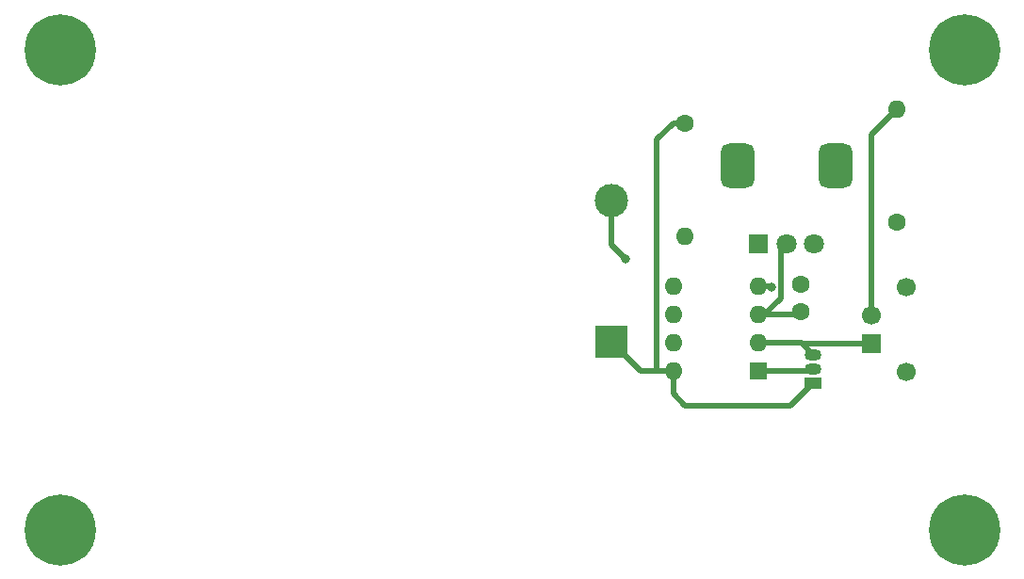
<source format=gbr>
%TF.GenerationSoftware,KiCad,Pcbnew,(6.0.5)*%
%TF.CreationDate,2022-06-08T19:36:40-04:00*%
%TF.ProjectId,first-pcb,66697273-742d-4706-9362-2e6b69636164,rev?*%
%TF.SameCoordinates,Original*%
%TF.FileFunction,Copper,L1,Top*%
%TF.FilePolarity,Positive*%
%FSLAX46Y46*%
G04 Gerber Fmt 4.6, Leading zero omitted, Abs format (unit mm)*
G04 Created by KiCad (PCBNEW (6.0.5)) date 2022-06-08 19:36:40*
%MOMM*%
%LPD*%
G01*
G04 APERTURE LIST*
G04 Aperture macros list*
%AMRoundRect*
0 Rectangle with rounded corners*
0 $1 Rounding radius*
0 $2 $3 $4 $5 $6 $7 $8 $9 X,Y pos of 4 corners*
0 Add a 4 corners polygon primitive as box body*
4,1,4,$2,$3,$4,$5,$6,$7,$8,$9,$2,$3,0*
0 Add four circle primitives for the rounded corners*
1,1,$1+$1,$2,$3*
1,1,$1+$1,$4,$5*
1,1,$1+$1,$6,$7*
1,1,$1+$1,$8,$9*
0 Add four rect primitives between the rounded corners*
20,1,$1+$1,$2,$3,$4,$5,0*
20,1,$1+$1,$4,$5,$6,$7,0*
20,1,$1+$1,$6,$7,$8,$9,0*
20,1,$1+$1,$8,$9,$2,$3,0*%
G04 Aperture macros list end*
%TA.AperFunction,ComponentPad*%
%ADD10C,6.400000*%
%TD*%
%TA.AperFunction,ComponentPad*%
%ADD11C,1.700000*%
%TD*%
%TA.AperFunction,ComponentPad*%
%ADD12R,1.700000X1.700000*%
%TD*%
%TA.AperFunction,ComponentPad*%
%ADD13C,3.000000*%
%TD*%
%TA.AperFunction,ComponentPad*%
%ADD14R,3.000000X3.000000*%
%TD*%
%TA.AperFunction,ComponentPad*%
%ADD15C,1.600000*%
%TD*%
%TA.AperFunction,ComponentPad*%
%ADD16O,1.600000X1.600000*%
%TD*%
%TA.AperFunction,ComponentPad*%
%ADD17R,1.600000X1.600000*%
%TD*%
%TA.AperFunction,ComponentPad*%
%ADD18O,1.500000X1.050000*%
%TD*%
%TA.AperFunction,ComponentPad*%
%ADD19R,1.500000X1.050000*%
%TD*%
%TA.AperFunction,ComponentPad*%
%ADD20R,1.800000X1.800000*%
%TD*%
%TA.AperFunction,ComponentPad*%
%ADD21C,1.800000*%
%TD*%
%TA.AperFunction,ComponentPad*%
%ADD22RoundRect,0.750000X0.750000X-1.250000X0.750000X1.250000X-0.750000X1.250000X-0.750000X-1.250000X0*%
%TD*%
%TA.AperFunction,ViaPad*%
%ADD23C,0.800000*%
%TD*%
%TA.AperFunction,Conductor*%
%ADD24C,0.500000*%
%TD*%
G04 APERTURE END LIST*
D10*
%TO.P,H4,1,1*%
%TO.N,GND*%
X167640000Y-76200000D03*
%TD*%
%TO.P,H3,1,1*%
%TO.N,GND*%
X86360000Y-76200000D03*
%TD*%
%TO.P,H2,1,1*%
%TO.N,GND*%
X167640000Y-119380000D03*
%TD*%
%TO.P,H1,1,1*%
%TO.N,GND*%
X86360000Y-119380000D03*
%TD*%
D11*
%TO.P,K1,3*%
%TO.N,N/C*%
X162433000Y-97541000D03*
X162433000Y-105161000D03*
%TO.P,K1,2*%
%TO.N,GND*%
X159258000Y-100081000D03*
D12*
%TO.P,K1,1*%
%TO.N,Net-(K1-Pad1)*%
X159258000Y-102621000D03*
%TD*%
D13*
%TO.P,BT1,2,-*%
%TO.N,GND*%
X135910000Y-89800000D03*
D14*
%TO.P,BT1,1,+*%
%TO.N,Net-(BT1-Pad1)*%
X135910000Y-102500000D03*
%TD*%
D15*
%TO.P,C1,2*%
%TO.N,GND*%
X152908000Y-97302000D03*
%TO.P,C1,1*%
%TO.N,Net-(C1-Pad1)*%
X152908000Y-99802000D03*
%TD*%
D16*
%TO.P,U1,8,V+*%
%TO.N,Net-(BT1-Pad1)*%
X141468000Y-105146000D03*
%TO.P,U1,7*%
%TO.N,unconnected-(U1-Pad7)*%
X141468000Y-102606000D03*
%TO.P,U1,6,-*%
%TO.N,unconnected-(U1-Pad6)*%
X141468000Y-100066000D03*
%TO.P,U1,5,+*%
%TO.N,unconnected-(U1-Pad5)*%
X141468000Y-97526000D03*
%TO.P,U1,4,V-*%
%TO.N,GND*%
X149088000Y-97526000D03*
%TO.P,U1,3,+*%
%TO.N,Net-(C1-Pad1)*%
X149088000Y-100066000D03*
%TO.P,U1,2,-*%
%TO.N,Net-(K1-Pad1)*%
X149088000Y-102606000D03*
D17*
%TO.P,U1,1*%
%TO.N,Net-(Q1-Pad2)*%
X149088000Y-105146000D03*
%TD*%
D18*
%TO.P,Q1,3,E*%
%TO.N,Net-(K1-Pad1)*%
X154030000Y-103632000D03*
%TO.P,Q1,2,B*%
%TO.N,Net-(Q1-Pad2)*%
X154030000Y-104902000D03*
D19*
%TO.P,Q1,1,C*%
%TO.N,Net-(BT1-Pad1)*%
X154030000Y-106172000D03*
%TD*%
D20*
%TO.P,P1,1,1*%
%TO.N,Net-(P1-Pad1)*%
X149138000Y-93680000D03*
D21*
%TO.P,P1,2,2*%
%TO.N,Net-(C1-Pad1)*%
X151638000Y-93680000D03*
%TO.P,P1,3,3*%
%TO.N,Net-(P1-Pad3)*%
X154138000Y-93680000D03*
D22*
%TO.P,P1,MP*%
%TO.N,N/C*%
X147238000Y-86680000D03*
X156038000Y-86680000D03*
%TD*%
D16*
%TO.P,R2,2*%
%TO.N,GND*%
X161544000Y-81534000D03*
D15*
%TO.P,R2,1*%
%TO.N,Net-(P1-Pad3)*%
X161544000Y-91694000D03*
%TD*%
D16*
%TO.P,R1,2*%
%TO.N,Net-(P1-Pad1)*%
X142494000Y-92964000D03*
D15*
%TO.P,R1,1*%
%TO.N,Net-(BT1-Pad1)*%
X142494000Y-82804000D03*
%TD*%
D23*
%TO.N,GND*%
X137160000Y-94996000D03*
X150330500Y-97536000D03*
%TD*%
D24*
%TO.N,GND*%
X135910000Y-93746000D02*
X137160000Y-94996000D01*
X135910000Y-89800000D02*
X135910000Y-93746000D01*
X159258000Y-83820000D02*
X161544000Y-81534000D01*
X159258000Y-100081000D02*
X159258000Y-83820000D01*
X150320500Y-97526000D02*
X150330500Y-97536000D01*
X149088000Y-97526000D02*
X150320500Y-97526000D01*
%TO.N,Net-(Q1-Pad2)*%
X153786000Y-105146000D02*
X154030000Y-104902000D01*
X149088000Y-105146000D02*
X153786000Y-105146000D01*
%TO.N,Net-(K1-Pad1)*%
X153019000Y-102621000D02*
X159258000Y-102621000D01*
X153004000Y-102606000D02*
X153019000Y-102621000D01*
X153004000Y-102606000D02*
X154030000Y-103632000D01*
X149088000Y-102606000D02*
X153004000Y-102606000D01*
%TO.N,Net-(C1-Pad1)*%
X149616000Y-100066000D02*
X151130000Y-98552000D01*
X151130000Y-98552000D02*
X151130000Y-94188000D01*
X151130000Y-94188000D02*
X151638000Y-93680000D01*
X149088000Y-100066000D02*
X149616000Y-100066000D01*
X149088000Y-100066000D02*
X152644000Y-100066000D01*
X152644000Y-100066000D02*
X152908000Y-99802000D01*
%TO.N,Net-(BT1-Pad1)*%
X142494000Y-108204000D02*
X151998000Y-108204000D01*
X141468000Y-107178000D02*
X142494000Y-108204000D01*
X151998000Y-108204000D02*
X154030000Y-106172000D01*
X141468000Y-105146000D02*
X141468000Y-107178000D01*
X139964000Y-84318000D02*
X141478000Y-82804000D01*
X141478000Y-82804000D02*
X142494000Y-82804000D01*
X139964000Y-105146000D02*
X138556000Y-105146000D01*
X139964000Y-105146000D02*
X139964000Y-84318000D01*
X141468000Y-105146000D02*
X139964000Y-105146000D01*
X138556000Y-105146000D02*
X135910000Y-102500000D01*
%TD*%
M02*

</source>
